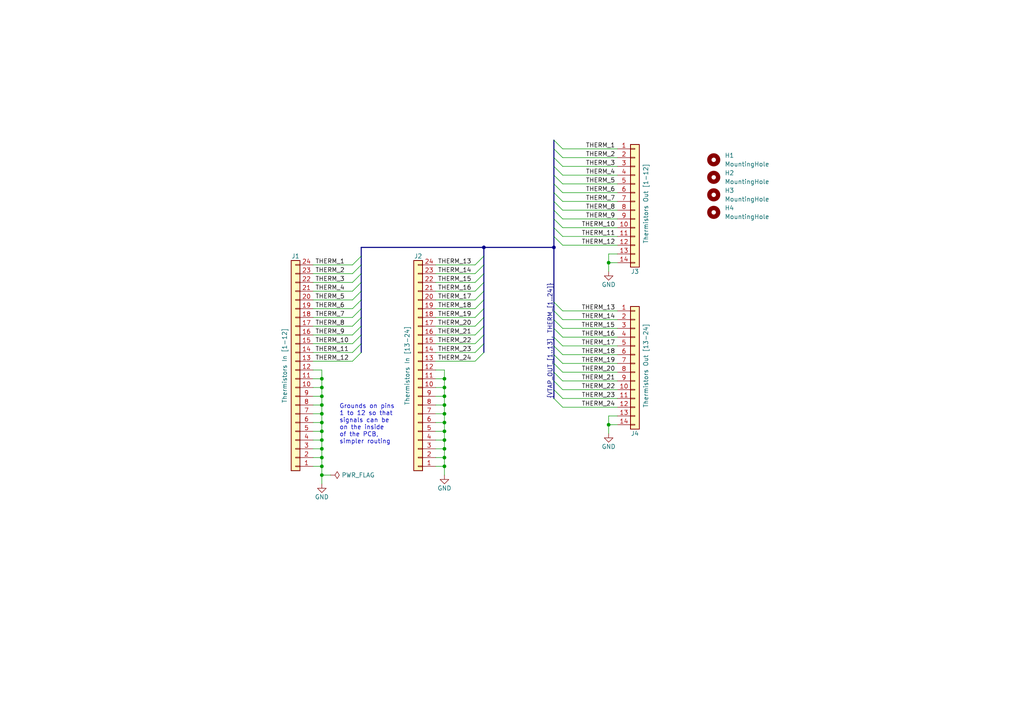
<source format=kicad_sch>
(kicad_sch (version 20211123) (generator eeschema)
  (paper "A4")
  (title_block (title "Segment PCB (LV)") (date "2023-04-05") (rev "2.0.0") (company "SUFST - Southampton University Formula Student Team") (comment 1 "STAG 9") (comment 2 "Tim Brewis"))
  (lib_symbols
    (symbol "Connector_Generic:Conn_01x14" (pin_names (offset 1.016) hide)
      (property "Reference" "J" (at 0 17.78 0))
      (property "Value" "Conn_01x14" (at 0 -20.32 0))
      (symbol "Conn_01x14_1_1"
        (rectangle (start -1.27 -17.653) (end 0 -17.907) (stroke (width 0.1524)))
        (rectangle (start -1.27 -15.113) (end 0 -15.367) (stroke (width 0.1524)))
        (rectangle (start -1.27 -12.573) (end 0 -12.827) (stroke (width 0.1524)))
        (rectangle (start -1.27 -10.033) (end 0 -10.287) (stroke (width 0.1524)))
        (rectangle (start -1.27 -7.493) (end 0 -7.747) (stroke (width 0.1524)))
        (rectangle (start -1.27 -4.953) (end 0 -5.207) (stroke (width 0.1524)))
        (rectangle (start -1.27 -2.413) (end 0 -2.667) (stroke (width 0.1524)))
        (rectangle (start -1.27 0.127) (end 0 -0.127) (stroke (width 0.1524)))
        (rectangle (start -1.27 2.667) (end 0 2.413) (stroke (width 0.1524)))
        (rectangle (start -1.27 5.207) (end 0 4.953) (stroke (width 0.1524)))
        (rectangle (start -1.27 7.747) (end 0 7.493) (stroke (width 0.1524)))
        (rectangle (start -1.27 10.287) (end 0 10.033) (stroke (width 0.1524)))
        (rectangle (start -1.27 12.827) (end 0 12.573) (stroke (width 0.1524)))
        (rectangle (start -1.27 15.367) (end 0 15.113) (stroke (width 0.1524)))
        (rectangle (start -1.27 16.51) (end 1.27 -19.05) (stroke (width 0.254)) (fill (type background)))
        (pin passive line (at -5.08 15.24 0) (length 3.81) (name "Pin_1") (number "1"))
        (pin passive line (at -5.08 -7.62 0) (length 3.81) (name "Pin_10") (number "10"))
        (pin passive line (at -5.08 -10.16 0) (length 3.81) (name "Pin_11") (number "11"))
        (pin passive line (at -5.08 -12.7 0) (length 3.81) (name "Pin_12") (number "12"))
        (pin passive line (at -5.08 -15.24 0) (length 3.81) (name "Pin_13") (number "13"))
        (pin passive line (at -5.08 -17.78 0) (length 3.81) (name "Pin_14") (number "14"))
        (pin passive line (at -5.08 12.7 0) (length 3.81) (name "Pin_2") (number "2"))
        (pin passive line (at -5.08 10.16 0) (length 3.81) (name "Pin_3") (number "3"))
        (pin passive line (at -5.08 7.62 0) (length 3.81) (name "Pin_4") (number "4"))
        (pin passive line (at -5.08 5.08 0) (length 3.81) (name "Pin_5") (number "5"))
        (pin passive line (at -5.08 2.54 0) (length 3.81) (name "Pin_6") (number "6"))
        (pin passive line (at -5.08 0 0) (length 3.81) (name "Pin_7") (number "7"))
        (pin passive line (at -5.08 -2.54 0) (length 3.81) (name "Pin_8") (number "8"))
        (pin passive line (at -5.08 -5.08 0) (length 3.81) (name "Pin_9") (number "9"))
      )
    )
    (symbol "Connector_Generic:Conn_01x24" (pin_names (offset 1.016) hide)
      (property "Reference" "J" (at 0 30.48 0))
      (property "Value" "Conn_01x24" (at 0 -33.02 0))
      (symbol "Conn_01x24_1_1"
        (rectangle (start -1.27 -30.353) (end 0 -30.607) (stroke (width 0.1524)))
        (rectangle (start -1.27 -27.813) (end 0 -28.067) (stroke (width 0.1524)))
        (rectangle (start -1.27 -25.273) (end 0 -25.527) (stroke (width 0.1524)))
        (rectangle (start -1.27 -22.733) (end 0 -22.987) (stroke (width 0.1524)))
        (rectangle (start -1.27 -20.193) (end 0 -20.447) (stroke (width 0.1524)))
        (rectangle (start -1.27 -17.653) (end 0 -17.907) (stroke (width 0.1524)))
        (rectangle (start -1.27 -15.113) (end 0 -15.367) (stroke (width 0.1524)))
        (rectangle (start -1.27 -12.573) (end 0 -12.827) (stroke (width 0.1524)))
        (rectangle (start -1.27 -10.033) (end 0 -10.287) (stroke (width 0.1524)))
        (rectangle (start -1.27 -7.493) (end 0 -7.747) (stroke (width 0.1524)))
        (rectangle (start -1.27 -4.953) (end 0 -5.207) (stroke (width 0.1524)))
        (rectangle (start -1.27 -2.413) (end 0 -2.667) (stroke (width 0.1524)))
        (rectangle (start -1.27 0.127) (end 0 -0.127) (stroke (width 0.1524)))
        (rectangle (start -1.27 2.667) (end 0 2.413) (stroke (width 0.1524)))
        (rectangle (start -1.27 5.207) (end 0 4.953) (stroke (width 0.1524)))
        (rectangle (start -1.27 7.747) (end 0 7.493) (stroke (width 0.1524)))
        (rectangle (start -1.27 10.287) (end 0 10.033) (stroke (width 0.1524)))
        (rectangle (start -1.27 12.827) (end 0 12.573) (stroke (width 0.1524)))
        (rectangle (start -1.27 15.367) (end 0 15.113) (stroke (width 0.1524)))
        (rectangle (start -1.27 17.907) (end 0 17.653) (stroke (width 0.1524)))
        (rectangle (start -1.27 20.447) (end 0 20.193) (stroke (width 0.1524)))
        (rectangle (start -1.27 22.987) (end 0 22.733) (stroke (width 0.1524)))
        (rectangle (start -1.27 25.527) (end 0 25.273) (stroke (width 0.1524)))
        (rectangle (start -1.27 28.067) (end 0 27.813) (stroke (width 0.1524)))
        (rectangle (start -1.27 29.21) (end 1.27 -31.75) (stroke (width 0.254)) (fill (type background)))
        (pin passive line (at -5.08 27.94 0) (length 3.81) (name "Pin_1") (number "1"))
        (pin passive line (at -5.08 5.08 0) (length 3.81) (name "Pin_10") (number "10"))
        (pin passive line (at -5.08 2.54 0) (length 3.81) (name "Pin_11") (number "11"))
        (pin passive line (at -5.08 0 0) (length 3.81) (name "Pin_12") (number "12"))
        (pin passive line (at -5.08 -2.54 0) (length 3.81) (name "Pin_13") (number "13"))
        (pin passive line (at -5.08 -5.08 0) (length 3.81) (name "Pin_14") (number "14"))
        (pin passive line (at -5.08 -7.62 0) (length 3.81) (name "Pin_15") (number "15"))
        (pin passive line (at -5.08 -10.16 0) (length 3.81) (name "Pin_16") (number "16"))
        (pin passive line (at -5.08 -12.7 0) (length 3.81) (name "Pin_17") (number "17"))
        (pin passive line (at -5.08 -15.24 0) (length 3.81) (name "Pin_18") (number "18"))
        (pin passive line (at -5.08 -17.78 0) (length 3.81) (name "Pin_19") (number "19"))
        (pin passive line (at -5.08 25.4 0) (length 3.81) (name "Pin_2") (number "2"))
        (pin passive line (at -5.08 -20.32 0) (length 3.81) (name "Pin_20") (number "20"))
        (pin passive line (at -5.08 -22.86 0) (length 3.81) (name "Pin_21") (number "21"))
        (pin passive line (at -5.08 -25.4 0) (length 3.81) (name "Pin_22") (number "22"))
        (pin passive line (at -5.08 -27.94 0) (length 3.81) (name "Pin_23") (number "23"))
        (pin passive line (at -5.08 -30.48 0) (length 3.81) (name "Pin_24") (number "24"))
        (pin passive line (at -5.08 22.86 0) (length 3.81) (name "Pin_3") (number "3"))
        (pin passive line (at -5.08 20.32 0) (length 3.81) (name "Pin_4") (number "4"))
        (pin passive line (at -5.08 17.78 0) (length 3.81) (name "Pin_5") (number "5"))
        (pin passive line (at -5.08 15.24 0) (length 3.81) (name "Pin_6") (number "6"))
        (pin passive line (at -5.08 12.7 0) (length 3.81) (name "Pin_7") (number "7"))
        (pin passive line (at -5.08 10.16 0) (length 3.81) (name "Pin_8") (number "8"))
        (pin passive line (at -5.08 7.62 0) (length 3.81) (name "Pin_9") (number "9"))
      )
    )
    (symbol "Mechanical:MountingHole" (pin_names (offset 1.016))
      (property "Reference" "H" (at 0 5.08 0))
      (property "Value" "MountingHole" (at 0 3.175 0))
      (symbol "MountingHole_0_1"
        (circle (center 0 0) (radius 1.27) (stroke (width 1.27)))
      )
    )
    (symbol "power:GND" (power) (pin_names (offset 0))
      (property "Value" "GND" (at 0 -3.81 0))
      (symbol "GND_0_1"
        (polyline (pts (xy 0 0) (xy 0 -1.27) (xy 1.27 -1.27) (xy 0 -2.54) (xy -1.27 -1.27) (xy 0 -1.27)))
      )
      (symbol "GND_1_1"
        (pin power_in line (at 0 0 270) (length 0) hide (name "GND") (number "1"))
      )
    )
    (symbol "power:PWR_FLAG" (power) (pin_numbers hide) (pin_names (offset 0) hide)
      (property "Value" "PWR_FLAG" (at 0 3.81 0))
      (symbol "PWR_FLAG_0_0"
        (pin power_out line (at 0 0 90) (length 0) (name "pwr") (number "1"))
      )
      (symbol "PWR_FLAG_0_1"
        (polyline (pts (xy 0 0) (xy 0 1.27) (xy -1.016 1.905) (xy 0 2.54) (xy 1.016 1.905) (xy 0 1.27)))
      )
    )
  )
  (junction (at 93.345 132.715))
  (junction (at 93.345 120.015))
  (junction (at 93.345 130.175))
  (junction (at 176.53 123.19))
  (junction (at 93.345 122.555))
  (junction (at 128.905 125.095))
  (junction (at 93.345 135.255))
  (junction (at 128.905 109.855))
  (junction (at 128.905 132.715))
  (junction (at 93.345 127.635))
  (junction (at 128.905 120.015))
  (junction (at 93.345 137.795))
  (junction (at 93.345 125.095))
  (junction (at 128.905 112.395))
  (junction (at 128.905 114.935))
  (junction (at 128.905 135.255))
  (junction (at 160.655 71.755))
  (junction (at 128.905 122.555))
  (junction (at 93.345 112.395))
  (junction (at 93.345 117.475))
  (junction (at 140.335 71.755))
  (junction (at 128.905 127.635))
  (junction (at 93.345 109.855))
  (junction (at 93.345 114.935))
  (junction (at 128.905 130.175))
  (junction (at 176.53 76.2))
  (junction (at 128.905 117.475))
  (bus_entry (at 160.655 115.57) (size 2.54 2.54))
  (bus_entry (at 102.235 97.155) (size 2.54 -2.54))
  (bus_entry (at 137.795 104.775) (size 2.54 -2.54))
  (bus_entry (at 160.655 105.41) (size 2.54 2.54))
  (bus_entry (at 160.655 90.17) (size 2.54 2.54))
  (bus_entry (at 160.655 102.87) (size 2.54 2.54))
  (bus_entry (at 160.655 95.25) (size 2.54 2.54))
  (bus_entry (at 160.655 97.79) (size 2.54 2.54))
  (bus_entry (at 160.655 48.26) (size 2.54 2.54))
  (bus_entry (at 102.235 81.915) (size 2.54 -2.54))
  (bus_entry (at 160.655 113.03) (size 2.54 2.54))
  (bus_entry (at 102.235 104.775) (size 2.54 -2.54))
  (bus_entry (at 102.235 92.075) (size 2.54 -2.54))
  (bus_entry (at 102.235 76.835) (size 2.54 -2.54))
  (bus_entry (at 102.235 94.615) (size 2.54 -2.54))
  (bus_entry (at 160.655 63.5) (size 2.54 2.54))
  (bus_entry (at 160.655 66.04) (size 2.54 2.54))
  (bus_entry (at 137.795 76.835) (size 2.54 -2.54))
  (bus_entry (at 160.655 107.95) (size 2.54 2.54))
  (bus_entry (at 102.235 99.695) (size 2.54 -2.54))
  (bus_entry (at 137.795 84.455) (size 2.54 -2.54))
  (bus_entry (at 160.655 87.63) (size 2.54 2.54))
  (bus_entry (at 137.795 94.615) (size 2.54 -2.54))
  (bus_entry (at 137.795 99.695) (size 2.54 -2.54))
  (bus_entry (at 102.235 79.375) (size 2.54 -2.54))
  (bus_entry (at 160.655 60.96) (size 2.54 2.54))
  (bus_entry (at 137.795 81.915) (size 2.54 -2.54))
  (bus_entry (at 160.655 58.42) (size 2.54 2.54))
  (bus_entry (at 137.795 79.375) (size 2.54 -2.54))
  (bus_entry (at 102.235 102.235) (size 2.54 -2.54))
  (bus_entry (at 160.655 110.49) (size 2.54 2.54))
  (bus_entry (at 160.655 53.34) (size 2.54 2.54))
  (bus_entry (at 160.655 40.64) (size 2.54 2.54))
  (bus_entry (at 160.655 68.58) (size 2.54 2.54))
  (bus_entry (at 160.655 45.72) (size 2.54 2.54))
  (bus_entry (at 137.795 102.235) (size 2.54 -2.54))
  (bus_entry (at 160.655 55.88) (size 2.54 2.54))
  (bus_entry (at 102.235 86.995) (size 2.54 -2.54))
  (bus_entry (at 137.795 97.155) (size 2.54 -2.54))
  (bus_entry (at 160.655 92.71) (size 2.54 2.54))
  (bus_entry (at 137.795 92.075) (size 2.54 -2.54))
  (bus_entry (at 137.795 89.535) (size 2.54 -2.54))
  (bus_entry (at 160.655 50.8) (size 2.54 2.54))
  (bus_entry (at 102.235 89.535) (size 2.54 -2.54))
  (bus_entry (at 160.655 100.33) (size 2.54 2.54))
  (bus_entry (at 102.235 84.455) (size 2.54 -2.54))
  (bus_entry (at 137.795 86.995) (size 2.54 -2.54))
  (bus_entry (at 160.655 43.18) (size 2.54 2.54))
  (wire (pts (xy 126.365 84.455) (xy 137.795 84.455)))
  (wire (pts (xy 90.805 109.855) (xy 93.345 109.855)))
  (wire (pts (xy 93.345 137.795) (xy 93.345 140.335)))
  (bus (pts (xy 160.655 55.88) (xy 160.655 58.42)))
  (wire (pts (xy 90.805 130.175) (xy 93.345 130.175)))
  (bus (pts (xy 140.335 76.835) (xy 140.335 79.375)))
  (wire (pts (xy 126.365 99.695) (xy 137.795 99.695)))
  (bus (pts (xy 140.335 86.995) (xy 140.335 89.535)))
  (bus (pts (xy 140.335 84.455) (xy 140.335 86.995)))
  (wire (pts (xy 126.365 94.615) (xy 137.795 94.615)))
  (wire (pts (xy 93.345 135.255) (xy 93.345 132.715)))
  (wire (pts (xy 163.195 68.58) (xy 179.07 68.58)))
  (wire (pts (xy 93.345 114.935) (xy 93.345 117.475)))
  (bus (pts (xy 104.775 99.695) (xy 104.775 102.235)))
  (wire (pts (xy 93.345 130.175) (xy 93.345 132.715)))
  (wire (pts (xy 126.365 117.475) (xy 128.905 117.475)))
  (bus (pts (xy 160.655 107.95) (xy 160.655 110.49)))
  (wire (pts (xy 126.365 127.635) (xy 128.905 127.635)))
  (bus (pts (xy 140.335 71.755) (xy 160.655 71.755)))
  (wire (pts (xy 93.345 117.475) (xy 93.345 120.015)))
  (wire (pts (xy 176.53 123.19) (xy 176.53 125.73)))
  (wire (pts (xy 163.195 71.12) (xy 179.07 71.12)))
  (wire (pts (xy 126.365 130.175) (xy 128.905 130.175)))
  (bus (pts (xy 160.655 60.96) (xy 160.655 63.5)))
  (bus (pts (xy 104.775 79.375) (xy 104.775 81.915)))
  (bus (pts (xy 160.655 105.41) (xy 160.655 107.95)))
  (bus (pts (xy 140.335 71.755) (xy 140.335 74.295)))
  (wire (pts (xy 90.805 92.075) (xy 102.235 92.075)))
  (wire (pts (xy 126.365 109.855) (xy 128.905 109.855)))
  (wire (pts (xy 126.365 114.935) (xy 128.905 114.935)))
  (wire (pts (xy 90.805 89.535) (xy 102.235 89.535)))
  (wire (pts (xy 126.365 89.535) (xy 137.795 89.535)))
  (wire (pts (xy 163.195 55.88) (xy 179.07 55.88)))
  (bus (pts (xy 140.335 74.295) (xy 140.335 76.835)))
  (bus (pts (xy 140.335 99.695) (xy 140.335 102.235)))
  (wire (pts (xy 176.53 73.66) (xy 176.53 76.2)))
  (wire (pts (xy 163.195 115.57) (xy 179.07 115.57)))
  (bus (pts (xy 140.335 92.075) (xy 140.335 94.615)))
  (bus (pts (xy 140.335 97.155) (xy 140.335 99.695)))
  (bus (pts (xy 104.775 76.835) (xy 104.775 79.375)))
  (wire (pts (xy 128.905 135.255) (xy 128.905 132.715)))
  (wire (pts (xy 163.195 43.18) (xy 179.07 43.18)))
  (wire (pts (xy 90.805 79.375) (xy 102.235 79.375)))
  (bus (pts (xy 104.775 81.915) (xy 104.775 84.455)))
  (wire (pts (xy 128.905 127.635) (xy 128.905 130.175)))
  (wire (pts (xy 93.345 137.795) (xy 95.885 137.795)))
  (wire (pts (xy 126.365 86.995) (xy 137.795 86.995)))
  (bus (pts (xy 160.655 87.63) (xy 160.655 90.17)))
  (wire (pts (xy 163.195 97.79) (xy 179.07 97.79)))
  (wire (pts (xy 163.195 48.26) (xy 179.07 48.26)))
  (wire (pts (xy 163.195 102.87) (xy 179.07 102.87)))
  (wire (pts (xy 163.195 100.33) (xy 179.07 100.33)))
  (bus (pts (xy 140.335 79.375) (xy 140.335 81.915)))
  (wire (pts (xy 126.365 135.255) (xy 128.905 135.255)))
  (wire (pts (xy 163.195 66.04) (xy 179.07 66.04)))
  (wire (pts (xy 128.905 112.395) (xy 128.905 114.935)))
  (wire (pts (xy 93.345 107.315) (xy 93.345 109.855)))
  (bus (pts (xy 160.655 66.04) (xy 160.655 68.58)))
  (wire (pts (xy 126.365 102.235) (xy 137.795 102.235)))
  (bus (pts (xy 160.655 102.87) (xy 160.655 105.41)))
  (bus (pts (xy 160.655 92.71) (xy 160.655 95.25)))
  (wire (pts (xy 128.905 120.015) (xy 128.905 122.555)))
  (bus (pts (xy 160.655 43.18) (xy 160.655 45.72)))
  (wire (pts (xy 163.195 105.41) (xy 179.07 105.41)))
  (wire (pts (xy 163.195 58.42) (xy 179.07 58.42)))
  (wire (pts (xy 90.805 86.995) (xy 102.235 86.995)))
  (wire (pts (xy 90.805 99.695) (xy 102.235 99.695)))
  (wire (pts (xy 128.905 107.315) (xy 128.905 109.855)))
  (bus (pts (xy 104.775 71.755) (xy 104.775 74.295)))
  (wire (pts (xy 90.805 135.255) (xy 93.345 135.255)))
  (wire (pts (xy 128.905 130.175) (xy 128.905 132.715)))
  (wire (pts (xy 90.805 120.015) (xy 93.345 120.015)))
  (bus (pts (xy 160.655 50.8) (xy 160.655 53.34)))
  (wire (pts (xy 93.345 135.255) (xy 93.345 137.795)))
  (wire (pts (xy 128.905 132.715) (xy 126.365 132.715)))
  (wire (pts (xy 90.805 76.835) (xy 102.235 76.835)))
  (wire (pts (xy 163.195 113.03) (xy 179.07 113.03)))
  (wire (pts (xy 163.195 50.8) (xy 179.07 50.8)))
  (bus (pts (xy 160.655 48.26) (xy 160.655 50.8)))
  (wire (pts (xy 126.365 107.315) (xy 128.905 107.315)))
  (wire (pts (xy 163.195 63.5) (xy 179.07 63.5)))
  (wire (pts (xy 128.905 135.255) (xy 128.905 137.795)))
  (bus (pts (xy 104.775 94.615) (xy 104.775 97.155)))
  (bus (pts (xy 160.655 58.42) (xy 160.655 60.96)))
  (wire (pts (xy 93.345 132.715) (xy 90.805 132.715)))
  (wire (pts (xy 90.805 125.095) (xy 93.345 125.095)))
  (wire (pts (xy 176.53 73.66) (xy 179.07 73.66)))
  (bus (pts (xy 140.335 94.615) (xy 140.335 97.155)))
  (bus (pts (xy 104.775 71.755) (xy 140.335 71.755)))
  (wire (pts (xy 128.905 117.475) (xy 128.905 120.015)))
  (wire (pts (xy 93.345 112.395) (xy 93.345 114.935)))
  (wire (pts (xy 163.195 95.25) (xy 179.07 95.25)))
  (bus (pts (xy 104.775 89.535) (xy 104.775 92.075)))
  (wire (pts (xy 90.805 122.555) (xy 93.345 122.555)))
  (bus (pts (xy 160.655 110.49) (xy 160.655 113.03)))
  (wire (pts (xy 93.345 122.555) (xy 93.345 125.095)))
  (wire (pts (xy 126.365 79.375) (xy 137.795 79.375)))
  (wire (pts (xy 126.365 97.155) (xy 137.795 97.155)))
  (wire (pts (xy 163.195 118.11) (xy 179.07 118.11)))
  (bus (pts (xy 160.655 113.03) (xy 160.655 115.57)))
  (bus (pts (xy 140.335 81.915) (xy 140.335 84.455)))
  (wire (pts (xy 90.805 127.635) (xy 93.345 127.635)))
  (wire (pts (xy 90.805 81.915) (xy 102.235 81.915)))
  (bus (pts (xy 160.655 45.72) (xy 160.655 48.26)))
  (wire (pts (xy 126.365 122.555) (xy 128.905 122.555)))
  (bus (pts (xy 160.655 71.755) (xy 160.655 87.63)))
  (wire (pts (xy 90.805 114.935) (xy 93.345 114.935)))
  (bus (pts (xy 160.655 97.79) (xy 160.655 100.33)))
  (bus (pts (xy 160.655 68.58) (xy 160.655 71.755)))
  (wire (pts (xy 90.805 107.315) (xy 93.345 107.315)))
  (wire (pts (xy 128.905 125.095) (xy 128.905 127.635)))
  (wire (pts (xy 90.805 104.775) (xy 102.235 104.775)))
  (wire (pts (xy 163.195 45.72) (xy 179.07 45.72)))
  (wire (pts (xy 126.365 112.395) (xy 128.905 112.395)))
  (bus (pts (xy 160.655 63.5) (xy 160.655 66.04)))
  (wire (pts (xy 128.905 109.855) (xy 128.905 112.395)))
  (wire (pts (xy 163.195 92.71) (xy 179.07 92.71)))
  (bus (pts (xy 160.655 40.64) (xy 160.655 43.18)))
  (bus (pts (xy 140.335 89.535) (xy 140.335 92.075)))
  (wire (pts (xy 126.365 120.015) (xy 128.905 120.015)))
  (bus (pts (xy 160.655 100.33) (xy 160.655 102.87)))
  (wire (pts (xy 90.805 117.475) (xy 93.345 117.475)))
  (wire (pts (xy 163.195 90.17) (xy 179.07 90.17)))
  (wire (pts (xy 163.195 110.49) (xy 179.07 110.49)))
  (wire (pts (xy 90.805 84.455) (xy 102.235 84.455)))
  (wire (pts (xy 176.53 123.19) (xy 179.07 123.19)))
  (wire (pts (xy 128.905 122.555) (xy 128.905 125.095)))
  (wire (pts (xy 93.345 125.095) (xy 93.345 127.635)))
  (bus (pts (xy 104.775 86.995) (xy 104.775 89.535)))
  (wire (pts (xy 176.53 120.65) (xy 176.53 123.19)))
  (bus (pts (xy 104.775 84.455) (xy 104.775 86.995)))
  (wire (pts (xy 176.53 120.65) (xy 179.07 120.65)))
  (wire (pts (xy 126.365 125.095) (xy 128.905 125.095)))
  (wire (pts (xy 163.195 60.96) (xy 179.07 60.96)))
  (wire (pts (xy 93.345 109.855) (xy 93.345 112.395)))
  (wire (pts (xy 128.905 114.935) (xy 128.905 117.475)))
  (wire (pts (xy 126.365 104.775) (xy 137.795 104.775)))
  (wire (pts (xy 93.345 120.015) (xy 93.345 122.555)))
  (wire (pts (xy 90.805 97.155) (xy 102.235 97.155)))
  (wire (pts (xy 93.345 127.635) (xy 93.345 130.175)))
  (wire (pts (xy 90.805 102.235) (xy 102.235 102.235)))
  (bus (pts (xy 104.775 97.155) (xy 104.775 99.695)))
  (bus (pts (xy 160.655 90.17) (xy 160.655 92.71)))
  (wire (pts (xy 90.805 94.615) (xy 102.235 94.615)))
  (wire (pts (xy 126.365 81.915) (xy 137.795 81.915)))
  (wire (pts (xy 126.365 92.075) (xy 137.795 92.075)))
  (wire (pts (xy 90.805 112.395) (xy 93.345 112.395)))
  (bus (pts (xy 104.775 74.295) (xy 104.775 76.835)))
  (wire (pts (xy 126.365 76.835) (xy 137.795 76.835)))
  (bus (pts (xy 160.655 95.25) (xy 160.655 97.79)))
  (wire (pts (xy 176.53 76.2) (xy 179.07 76.2)))
  (bus (pts (xy 160.655 53.34) (xy 160.655 55.88)))
  (wire (pts (xy 163.195 53.34) (xy 179.07 53.34)))
  (bus (pts (xy 104.775 92.075) (xy 104.775 94.615)))
  (wire (pts (xy 176.53 76.2) (xy 176.53 78.74)))
  (wire (pts (xy 163.195 107.95) (xy 179.07 107.95)))
  (text "Grounds on pins\n1 to 12 so that \nsignals can be\non the inside\nof the PCB, \nsimpler routing" (at 98.425 128.905 0) (effects (font (size 1.27 1.27)) (justify left bottom)))
  (label "THERM_17" (at 178.435 100.33 180))
  (label "{VTAP_OUT_[1..13], THERM_[1..24]}" (at 160.655 115.57 90))
  (label "THERM_5" (at 91.44 86.995 0))
  (label "THERM_18" (at 178.435 102.87 180))
  (label "THERM_10" (at 178.435 66.04 180))
  (label "THERM_20" (at 127 94.615 0))
  (label "THERM_20" (at 178.435 107.95 180))
  (label "THERM_3" (at 91.44 81.915 0))
  (label "THERM_3" (at 178.435 48.26 180))
  (label "THERM_15" (at 178.3769 95.25 180))
  (label "THERM_4" (at 91.44 84.455 0))
  (label "THERM_13" (at 178.435 90.17 180))
  (label "THERM_18" (at 127 89.535 0))
  (label "THERM_13" (at 127 76.835 0))
  (label "THERM_14" (at 127 79.375 0))
  (label "THERM_24" (at 178.435 118.11 180))
  (label "THERM_9" (at 91.44 97.155 0))
  (label "THERM_7" (at 178.435 58.42 180))
  (label "THERM_11" (at 91.44 102.235 0))
  (label "THERM_8" (at 178.435 60.96 180))
  (label "THERM_21" (at 178.435 110.49 180))
  (label "THERM_7" (at 91.44 92.075 0))
  (label "THERM_19" (at 127 92.075 0))
  (label "THERM_6" (at 91.44 89.535 0))
  (label "THERM_23" (at 127 102.235 0))
  (label "THERM_5" (at 178.435 53.34 180))
  (label "THERM_1" (at 178.435 43.18 180))
  (label "THERM_22" (at 127 99.695 0))
  (label "THERM_24" (at 127 104.775 0))
  (label "THERM_9" (at 178.435 63.5 180))
  (label "THERM_22" (at 178.435 113.03 180))
  (label "THERM_21" (at 127 97.155 0))
  (label "THERM_11" (at 178.435 68.58 180))
  (label "THERM_4" (at 178.435 50.8 180))
  (label "THERM_12" (at 178.435 71.12 180))
  (label "THERM_12" (at 91.44 104.775 0))
  (label "THERM_14" (at 178.435 92.71 180))
  (label "THERM_19" (at 178.435 105.41 180))
  (label "THERM_2" (at 91.44 79.375 0))
  (label "THERM_16" (at 178.435 97.79 180))
  (label "THERM_16" (at 127 84.455 0))
  (label "THERM_1" (at 91.44 76.835 0))
  (label "THERM_6" (at 178.435 55.88 180))
  (label "THERM_8" (at 91.44 94.615 0))
  (label "THERM_2" (at 178.435 45.72 180))
  (label "THERM_23" (at 178.435 115.57 180))
  (label "THERM_10" (at 91.44 99.695 0))
  (label "THERM_15" (at 127 81.915 0))
  (label "THERM_17" (at 127 86.995 0))
  (symbol (lib_id "power:GND") (at 176.53 125.73 0) (unit 1)
    (property "Reference" "#PWR04" (effects hide))
    (property "Value" "GND" (at 176.53 129.54 0))
  )
  (symbol (lib_id "Mechanical:MountingHole") (at 207.01 51.435 0) (unit 1)
    (property "Reference" "H2" (at 210.185 50.1649 0) (effects (justify left)))
    (property "Value" "MountingHole" (at 210.185 52.7049 0) (effects (justify left)))
    (property "Footprint" "MountingHole:MountingHole_4.3mm_M4" (effects hide))
  )
  (symbol (lib_id "Connector_Generic:Conn_01x14") (at 184.15 58.42 0) (unit 1)
    (property "Reference" "J3" (at 184.15 78.74 0))
    (property "Value" "Thermistors Out [1-12]" (at 187.325 59.055 90))
    (property "Footprint" "Connector_Molex:Molex_Micro-Fit_3.0_43045-1412_2x07_P3.00mm_Vertical" (effects hide))
    (property "Datasheet" "https://www.molex.com/molex/products/part-detail/pcb_headers/0430451412" (effects hide))
  )
  (symbol (lib_id "Connector_Generic:Conn_01x14") (at 184.15 105.41 0) (unit 1)
    (property "Reference" "J4" (at 184.15 125.73 0))
    (property "Value" "Thermistors Out [13-24]" (at 187.325 106.045 90))
    (property "Footprint" "Connector_Molex:Molex_Micro-Fit_3.0_43045-1412_2x07_P3.00mm_Vertical" (effects hide))
    (property "Datasheet" "https://www.molex.com/molex/products/part-detail/pcb_headers/0430451412" (effects hide))
  )
  (symbol (lib_id "power:GND") (at 93.345 140.335 0) (unit 1)
    (property "Reference" "#PWR01" (effects hide))
    (property "Value" "GND" (at 93.345 144.145 0))
  )
  (symbol (lib_id "power:GND") (at 176.53 78.74 0) (unit 1)
    (property "Reference" "#PWR03" (effects hide))
    (property "Value" "GND" (at 176.53 82.55 0))
  )
  (symbol (lib_id "power:GND") (at 128.905 137.795 0) (unit 1)
    (property "Reference" "#PWR02" (effects hide))
    (property "Value" "GND" (at 128.905 141.605 0))
  )
  (symbol (lib_id "Mechanical:MountingHole") (at 207.01 61.595 0) (unit 1)
    (property "Reference" "H4" (at 210.185 60.3249 0) (effects (justify left)))
    (property "Value" "MountingHole" (at 210.185 62.8649 0) (effects (justify left)))
    (property "Footprint" "MountingHole:MountingHole_4.3mm_M4" (effects hide))
  )
  (symbol (lib_id "Mechanical:MountingHole") (at 207.01 56.515 0) (unit 1)
    (property "Reference" "H3" (at 210.185 55.2449 0) (effects (justify left)))
    (property "Value" "MountingHole" (at 210.185 57.7849 0) (effects (justify left)))
    (property "Footprint" "MountingHole:MountingHole_4.3mm_M4" (effects hide))
  )
  (symbol (lib_id "power:PWR_FLAG") (at 95.885 137.795 270) (unit 1)
    (property "Reference" "#FLG01" (effects hide))
    (property "Value" "PWR_FLAG" (at 99.06 137.7949 90) (effects (justify left)))
  )
  (symbol (lib_id "Connector_Generic:Conn_01x24") (at 121.285 107.315 180) (unit 1)
    (property "Reference" "J2" (at 121.285 74.295 0))
    (property "Value" "Thermistors In [13-24]" (at 118.11 106.045 90))
    (property "Footprint" "Connector_Molex:Molex_Micro-Fit_3.0_43045-2400_2x12_P3.00mm_Horizontal" (effects hide))
    (property "Datasheet" "https://www.molex.com/molex/products/part-detail/pcb_headers/0430452400" (effects hide))
  )
  (symbol (lib_id "Connector_Generic:Conn_01x24") (at 85.725 107.315 180) (unit 1)
    (property "Reference" "J1" (at 85.725 74.295 0))
    (property "Value" "Thermistors In [1-12]" (at 82.55 106.045 90))
    (property "Footprint" "Connector_Molex:Molex_Micro-Fit_3.0_43045-2400_2x12_P3.00mm_Horizontal" (effects hide))
    (property "Datasheet" "https://www.molex.com/molex/products/part-detail/pcb_headers/0430452400" (effects hide))
  )
  (symbol (lib_id "Mechanical:MountingHole") (at 207.01 46.355 0) (unit 1)
    (property "Reference" "H1" (at 210.185 45.0849 0) (effects (justify left)))
    (property "Value" "MountingHole" (at 210.185 47.6249 0) (effects (justify left)))
    (property "Footprint" "MountingHole:MountingHole_4.3mm_M4" (effects hide))
  )
)
</source>
